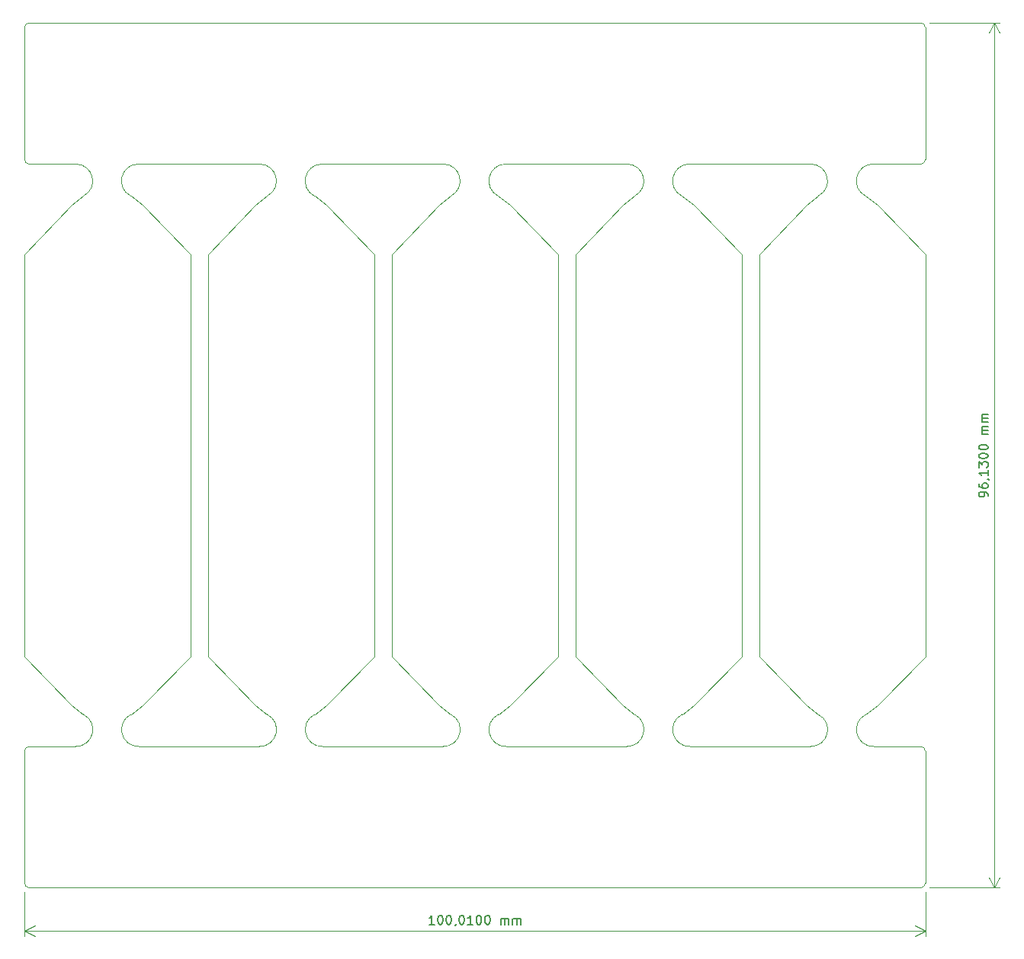
<source format=gbr>
%TF.GenerationSoftware,KiCad,Pcbnew,6.0.3-a3aad9c10e~116~ubuntu20.04.1*%
%TF.CreationDate,2022-03-20T14:38:18+01:00*%
%TF.ProjectId,5xPro_Micro_GPIB,35785072-6f5f-44d6-9963-726f5f475049,rev?*%
%TF.SameCoordinates,Original*%
%TF.FileFunction,Profile,NP*%
%FSLAX46Y46*%
G04 Gerber Fmt 4.6, Leading zero omitted, Abs format (unit mm)*
G04 Created by KiCad (PCBNEW 6.0.3-a3aad9c10e~116~ubuntu20.04.1) date 2022-03-20 14:38:18*
%MOMM*%
%LPD*%
G01*
G04 APERTURE LIST*
%TA.AperFunction,Profile*%
%ADD10C,0.050000*%
%TD*%
%ADD11C,0.150000*%
G04 APERTURE END LIST*
D10*
X86330000Y-128337106D02*
X91485930Y-128332000D01*
X92354776Y-67148342D02*
X91057000Y-68147000D01*
X180102070Y-63588000D02*
X185346447Y-63593553D01*
X91051165Y-123767511D02*
X85840000Y-118312000D01*
X152685931Y-128331967D02*
G75*
G03*
X153565930Y-124772000I30669J1881167D01*
G01*
X112754776Y-67148342D02*
X111457000Y-68147000D01*
X138422070Y-67148000D02*
X139736835Y-68152489D01*
X158833234Y-124771677D02*
G75*
G03*
X159713224Y-128331658I849266J-1678823D01*
G01*
X179233224Y-124771658D02*
X180531000Y-123773000D01*
X104245930Y-73608000D02*
X104245930Y-118312000D01*
X185346447Y-144023647D02*
G75*
G03*
X185846447Y-143523553I-47J500047D01*
G01*
X158833224Y-124771658D02*
X160131000Y-123773000D01*
X172657000Y-68147000D02*
X167440000Y-73608000D01*
X119331000Y-123773000D02*
X124645930Y-118312000D01*
X85830000Y-143520000D02*
G75*
G03*
X86330000Y-144020000I500000J0D01*
G01*
X160131000Y-123773000D02*
X165445930Y-118312000D01*
X86330000Y-47907106D02*
X185346447Y-47903553D01*
X153565930Y-124772000D02*
X152251165Y-123767511D01*
X159713224Y-128331658D02*
X173085930Y-128332000D01*
X153554776Y-67148342D02*
X152257000Y-68147000D01*
X118033234Y-124771677D02*
G75*
G03*
X118913224Y-128331658I849266J-1678823D01*
G01*
X98936835Y-68152489D02*
X104245930Y-73608000D01*
X180536835Y-68152489D02*
X185845930Y-73608000D01*
X180113224Y-128331658D02*
X185360000Y-128333553D01*
X139736835Y-68152489D02*
X145045930Y-73608000D01*
X185846447Y-143523553D02*
X185846447Y-128833553D01*
X126640000Y-73608000D02*
X126640000Y-118312000D01*
X118913224Y-128331658D02*
X132285930Y-128332000D01*
X86330000Y-144020000D02*
X185346447Y-144023553D01*
X173085931Y-128331967D02*
G75*
G03*
X173965930Y-124772000I30669J1881167D01*
G01*
X118022070Y-67148000D02*
X119336835Y-68152489D01*
X179233234Y-124771677D02*
G75*
G03*
X180113224Y-128331658I849266J-1678823D01*
G01*
X119336835Y-68152489D02*
X124645930Y-73608000D01*
X160136835Y-68152489D02*
X165445930Y-73608000D01*
X173965930Y-124772000D02*
X172651165Y-123767511D01*
X133154766Y-67148323D02*
G75*
G03*
X132274776Y-63588342I-849266J1678823D01*
G01*
X91485931Y-128331967D02*
G75*
G03*
X92365930Y-124772000I30669J1881167D01*
G01*
X185846447Y-63093553D02*
X185846447Y-48403553D01*
X98931000Y-123773000D02*
X104245930Y-118312000D01*
X139302069Y-63588033D02*
G75*
G03*
X138422070Y-67148000I-30669J-1881167D01*
G01*
X111451165Y-123767511D02*
X106240000Y-118312000D01*
X179222070Y-67148000D02*
X180536835Y-68152489D01*
X97633224Y-124771658D02*
X98931000Y-123773000D01*
X185846447Y-48403553D02*
G75*
G03*
X185346447Y-47903553I-500047J-47D01*
G01*
X92365930Y-124772000D02*
X91051165Y-123767511D01*
X97633234Y-124771677D02*
G75*
G03*
X98513224Y-128331658I849266J-1678823D01*
G01*
X133165930Y-124772000D02*
X131851165Y-123767511D01*
X138433234Y-124771677D02*
G75*
G03*
X139313224Y-128331658I849266J-1678823D01*
G01*
X185346447Y-63593647D02*
G75*
G03*
X185846447Y-63093553I-47J500047D01*
G01*
X185845930Y-73608000D02*
X185845930Y-118312000D01*
X147040000Y-73608000D02*
X147040000Y-118312000D01*
X152251165Y-123767511D02*
X147040000Y-118312000D01*
X139731000Y-123773000D02*
X145045930Y-118312000D01*
X145045930Y-73608000D02*
X145045930Y-118312000D01*
X97622070Y-67148000D02*
X98936835Y-68152489D01*
X167440000Y-73608000D02*
X167440000Y-118312000D01*
X165445930Y-73608000D02*
X165445930Y-118312000D01*
X131851165Y-123767511D02*
X126640000Y-118312000D01*
X118033224Y-124771658D02*
X119331000Y-123773000D01*
X133154776Y-67148342D02*
X131857000Y-68147000D01*
X118902070Y-63588000D02*
X132274776Y-63588342D01*
X159702069Y-63588033D02*
G75*
G03*
X158822070Y-67148000I-30669J-1881167D01*
G01*
X85840000Y-73608000D02*
X85840000Y-118312000D01*
X86330000Y-47907100D02*
G75*
G03*
X85830000Y-48407106I0J-500000D01*
G01*
X98513224Y-128331658D02*
X111885930Y-128332000D01*
X180531000Y-123773000D02*
X185845930Y-118312000D01*
X112754766Y-67148323D02*
G75*
G03*
X111874776Y-63588342I-849266J1678823D01*
G01*
X158822070Y-67148000D02*
X160136835Y-68152489D01*
X152257000Y-68147000D02*
X147040000Y-73608000D01*
X85830000Y-63090000D02*
G75*
G03*
X86330000Y-63590000I500000J0D01*
G01*
X92354766Y-67148323D02*
G75*
G03*
X91474776Y-63588342I-849266J1678823D01*
G01*
X131857000Y-68147000D02*
X126640000Y-73608000D01*
X111457000Y-68147000D02*
X106240000Y-73608000D01*
X86330000Y-63590000D02*
X91474776Y-63588342D01*
X173954766Y-67148323D02*
G75*
G03*
X173074776Y-63588342I-849266J1678823D01*
G01*
X139302070Y-63588000D02*
X152674776Y-63588342D01*
X86330000Y-128337100D02*
G75*
G03*
X85830000Y-128837106I0J-500000D01*
G01*
X98502070Y-63588000D02*
X111874776Y-63588342D01*
X172651165Y-123767511D02*
X167440000Y-118312000D01*
X132285931Y-128331967D02*
G75*
G03*
X133165930Y-124772000I30669J1881167D01*
G01*
X85830000Y-128837106D02*
X85830000Y-143520000D01*
X124645930Y-73608000D02*
X124645930Y-118312000D01*
X98502069Y-63588033D02*
G75*
G03*
X97622070Y-67148000I-30669J-1881167D01*
G01*
X118902069Y-63588033D02*
G75*
G03*
X118022070Y-67148000I-30669J-1881167D01*
G01*
X112765930Y-124772000D02*
X111451165Y-123767511D01*
X153554766Y-67148323D02*
G75*
G03*
X152674776Y-63588342I-849266J1678823D01*
G01*
X139313224Y-128331658D02*
X152685930Y-128332000D01*
X111885931Y-128331967D02*
G75*
G03*
X112765930Y-124772000I30669J1881167D01*
G01*
X173954776Y-67148342D02*
X172657000Y-68147000D01*
X106240000Y-73608000D02*
X106240000Y-118312000D01*
X91057000Y-68147000D02*
X85840000Y-73608000D01*
X180102069Y-63588033D02*
G75*
G03*
X179222070Y-67148000I-30669J-1881167D01*
G01*
X85830000Y-48407106D02*
X85830000Y-63090000D01*
X159702070Y-63588000D02*
X173074776Y-63588342D01*
X185846447Y-128833553D02*
G75*
G03*
X185346447Y-128333553I-500047J-47D01*
G01*
X138433224Y-124771658D02*
X139731000Y-123773000D01*
D11*
X192788310Y-100490809D02*
X192788310Y-100300333D01*
X192740691Y-100205095D01*
X192693072Y-100157476D01*
X192550215Y-100062238D01*
X192359739Y-100014619D01*
X191978787Y-100014619D01*
X191883549Y-100062238D01*
X191835930Y-100109857D01*
X191788310Y-100205095D01*
X191788310Y-100395571D01*
X191835930Y-100490809D01*
X191883549Y-100538428D01*
X191978787Y-100586047D01*
X192216882Y-100586047D01*
X192312120Y-100538428D01*
X192359739Y-100490809D01*
X192407358Y-100395571D01*
X192407358Y-100205095D01*
X192359739Y-100109857D01*
X192312120Y-100062238D01*
X192216882Y-100014619D01*
X191788310Y-99157476D02*
X191788310Y-99347952D01*
X191835930Y-99443190D01*
X191883549Y-99490809D01*
X192026406Y-99586047D01*
X192216882Y-99633666D01*
X192597834Y-99633666D01*
X192693072Y-99586047D01*
X192740691Y-99538428D01*
X192788310Y-99443190D01*
X192788310Y-99252714D01*
X192740691Y-99157476D01*
X192693072Y-99109857D01*
X192597834Y-99062238D01*
X192359739Y-99062238D01*
X192264501Y-99109857D01*
X192216882Y-99157476D01*
X192169263Y-99252714D01*
X192169263Y-99443190D01*
X192216882Y-99538428D01*
X192264501Y-99586047D01*
X192359739Y-99633666D01*
X192740691Y-98586047D02*
X192788310Y-98586047D01*
X192883549Y-98633666D01*
X192931168Y-98681285D01*
X192788310Y-97633666D02*
X192788310Y-98205095D01*
X192788310Y-97919380D02*
X191788310Y-97919380D01*
X191931168Y-98014619D01*
X192026406Y-98109857D01*
X192074025Y-98205095D01*
X191788310Y-97300333D02*
X191788310Y-96681285D01*
X192169263Y-97014619D01*
X192169263Y-96871761D01*
X192216882Y-96776523D01*
X192264501Y-96728904D01*
X192359739Y-96681285D01*
X192597834Y-96681285D01*
X192693072Y-96728904D01*
X192740691Y-96776523D01*
X192788310Y-96871761D01*
X192788310Y-97157476D01*
X192740691Y-97252714D01*
X192693072Y-97300333D01*
X191788310Y-96062238D02*
X191788310Y-95967000D01*
X191835930Y-95871761D01*
X191883549Y-95824142D01*
X191978787Y-95776523D01*
X192169263Y-95728904D01*
X192407358Y-95728904D01*
X192597834Y-95776523D01*
X192693072Y-95824142D01*
X192740691Y-95871761D01*
X192788310Y-95967000D01*
X192788310Y-96062238D01*
X192740691Y-96157476D01*
X192693072Y-96205095D01*
X192597834Y-96252714D01*
X192407358Y-96300333D01*
X192169263Y-96300333D01*
X191978787Y-96252714D01*
X191883549Y-96205095D01*
X191835930Y-96157476D01*
X191788310Y-96062238D01*
X191788310Y-95109857D02*
X191788310Y-95014619D01*
X191835930Y-94919380D01*
X191883549Y-94871761D01*
X191978787Y-94824142D01*
X192169263Y-94776523D01*
X192407358Y-94776523D01*
X192597834Y-94824142D01*
X192693072Y-94871761D01*
X192740691Y-94919380D01*
X192788310Y-95014619D01*
X192788310Y-95109857D01*
X192740691Y-95205095D01*
X192693072Y-95252714D01*
X192597834Y-95300333D01*
X192407358Y-95347952D01*
X192169263Y-95347952D01*
X191978787Y-95300333D01*
X191883549Y-95252714D01*
X191835930Y-95205095D01*
X191788310Y-95109857D01*
X192788310Y-93586047D02*
X192121644Y-93586047D01*
X192216882Y-93586047D02*
X192169263Y-93538428D01*
X192121644Y-93443190D01*
X192121644Y-93300333D01*
X192169263Y-93205095D01*
X192264501Y-93157476D01*
X192788310Y-93157476D01*
X192264501Y-93157476D02*
X192169263Y-93109857D01*
X192121644Y-93014619D01*
X192121644Y-92871761D01*
X192169263Y-92776523D01*
X192264501Y-92728904D01*
X192788310Y-92728904D01*
X192788310Y-92252714D02*
X192121644Y-92252714D01*
X192216882Y-92252714D02*
X192169263Y-92205095D01*
X192121644Y-92109857D01*
X192121644Y-91967000D01*
X192169263Y-91871761D01*
X192264501Y-91824142D01*
X192788310Y-91824142D01*
X192264501Y-91824142D02*
X192169263Y-91776523D01*
X192121644Y-91681285D01*
X192121644Y-91538428D01*
X192169263Y-91443190D01*
X192264501Y-91395571D01*
X192788310Y-91395571D01*
D10*
X186345930Y-144032000D02*
X194072350Y-144032000D01*
X186345930Y-47902000D02*
X194072350Y-47902000D01*
X193485930Y-144032000D02*
X193485930Y-47902000D01*
X193485930Y-144032000D02*
X193485930Y-47902000D01*
X193485930Y-144032000D02*
X194072351Y-142905496D01*
X193485930Y-144032000D02*
X192899509Y-142905496D01*
X193485930Y-47902000D02*
X192899509Y-49028504D01*
X193485930Y-47902000D02*
X194072351Y-49028504D01*
D11*
X131317120Y-148104380D02*
X130745691Y-148104380D01*
X131031406Y-148104380D02*
X131031406Y-147104380D01*
X130936168Y-147247238D01*
X130840930Y-147342476D01*
X130745691Y-147390095D01*
X131936168Y-147104380D02*
X132031406Y-147104380D01*
X132126644Y-147152000D01*
X132174263Y-147199619D01*
X132221882Y-147294857D01*
X132269501Y-147485333D01*
X132269501Y-147723428D01*
X132221882Y-147913904D01*
X132174263Y-148009142D01*
X132126644Y-148056761D01*
X132031406Y-148104380D01*
X131936168Y-148104380D01*
X131840930Y-148056761D01*
X131793310Y-148009142D01*
X131745691Y-147913904D01*
X131698072Y-147723428D01*
X131698072Y-147485333D01*
X131745691Y-147294857D01*
X131793310Y-147199619D01*
X131840930Y-147152000D01*
X131936168Y-147104380D01*
X132888549Y-147104380D02*
X132983787Y-147104380D01*
X133079025Y-147152000D01*
X133126644Y-147199619D01*
X133174263Y-147294857D01*
X133221882Y-147485333D01*
X133221882Y-147723428D01*
X133174263Y-147913904D01*
X133126644Y-148009142D01*
X133079025Y-148056761D01*
X132983787Y-148104380D01*
X132888549Y-148104380D01*
X132793310Y-148056761D01*
X132745691Y-148009142D01*
X132698072Y-147913904D01*
X132650453Y-147723428D01*
X132650453Y-147485333D01*
X132698072Y-147294857D01*
X132745691Y-147199619D01*
X132793310Y-147152000D01*
X132888549Y-147104380D01*
X133698072Y-148056761D02*
X133698072Y-148104380D01*
X133650453Y-148199619D01*
X133602834Y-148247238D01*
X134317120Y-147104380D02*
X134412358Y-147104380D01*
X134507596Y-147152000D01*
X134555215Y-147199619D01*
X134602834Y-147294857D01*
X134650453Y-147485333D01*
X134650453Y-147723428D01*
X134602834Y-147913904D01*
X134555215Y-148009142D01*
X134507596Y-148056761D01*
X134412358Y-148104380D01*
X134317120Y-148104380D01*
X134221882Y-148056761D01*
X134174263Y-148009142D01*
X134126644Y-147913904D01*
X134079025Y-147723428D01*
X134079025Y-147485333D01*
X134126644Y-147294857D01*
X134174263Y-147199619D01*
X134221882Y-147152000D01*
X134317120Y-147104380D01*
X135602834Y-148104380D02*
X135031406Y-148104380D01*
X135317120Y-148104380D02*
X135317120Y-147104380D01*
X135221882Y-147247238D01*
X135126644Y-147342476D01*
X135031406Y-147390095D01*
X136221882Y-147104380D02*
X136317120Y-147104380D01*
X136412358Y-147152000D01*
X136459977Y-147199619D01*
X136507596Y-147294857D01*
X136555215Y-147485333D01*
X136555215Y-147723428D01*
X136507596Y-147913904D01*
X136459977Y-148009142D01*
X136412358Y-148056761D01*
X136317120Y-148104380D01*
X136221882Y-148104380D01*
X136126644Y-148056761D01*
X136079025Y-148009142D01*
X136031406Y-147913904D01*
X135983787Y-147723428D01*
X135983787Y-147485333D01*
X136031406Y-147294857D01*
X136079025Y-147199619D01*
X136126644Y-147152000D01*
X136221882Y-147104380D01*
X137174263Y-147104380D02*
X137269501Y-147104380D01*
X137364739Y-147152000D01*
X137412358Y-147199619D01*
X137459977Y-147294857D01*
X137507596Y-147485333D01*
X137507596Y-147723428D01*
X137459977Y-147913904D01*
X137412358Y-148009142D01*
X137364739Y-148056761D01*
X137269501Y-148104380D01*
X137174263Y-148104380D01*
X137079025Y-148056761D01*
X137031406Y-148009142D01*
X136983787Y-147913904D01*
X136936168Y-147723428D01*
X136936168Y-147485333D01*
X136983787Y-147294857D01*
X137031406Y-147199619D01*
X137079025Y-147152000D01*
X137174263Y-147104380D01*
X138698072Y-148104380D02*
X138698072Y-147437714D01*
X138698072Y-147532952D02*
X138745691Y-147485333D01*
X138840930Y-147437714D01*
X138983787Y-147437714D01*
X139079025Y-147485333D01*
X139126644Y-147580571D01*
X139126644Y-148104380D01*
X139126644Y-147580571D02*
X139174263Y-147485333D01*
X139269501Y-147437714D01*
X139412358Y-147437714D01*
X139507596Y-147485333D01*
X139555215Y-147580571D01*
X139555215Y-148104380D01*
X140031406Y-148104380D02*
X140031406Y-147437714D01*
X140031406Y-147532952D02*
X140079025Y-147485333D01*
X140174263Y-147437714D01*
X140317120Y-147437714D01*
X140412358Y-147485333D01*
X140459977Y-147580571D01*
X140459977Y-148104380D01*
X140459977Y-147580571D02*
X140507596Y-147485333D01*
X140602834Y-147437714D01*
X140745691Y-147437714D01*
X140840930Y-147485333D01*
X140888549Y-147580571D01*
X140888549Y-148104380D01*
D10*
X85835930Y-144532000D02*
X85835930Y-149388420D01*
X185845930Y-144532000D02*
X185845930Y-149388420D01*
X85835930Y-148802000D02*
X185845930Y-148802000D01*
X85835930Y-148802000D02*
X185845930Y-148802000D01*
X85835930Y-148802000D02*
X86962434Y-149388421D01*
X85835930Y-148802000D02*
X86962434Y-148215579D01*
X185845930Y-148802000D02*
X184719426Y-148215579D01*
X185845930Y-148802000D02*
X184719426Y-149388421D01*
M02*

</source>
